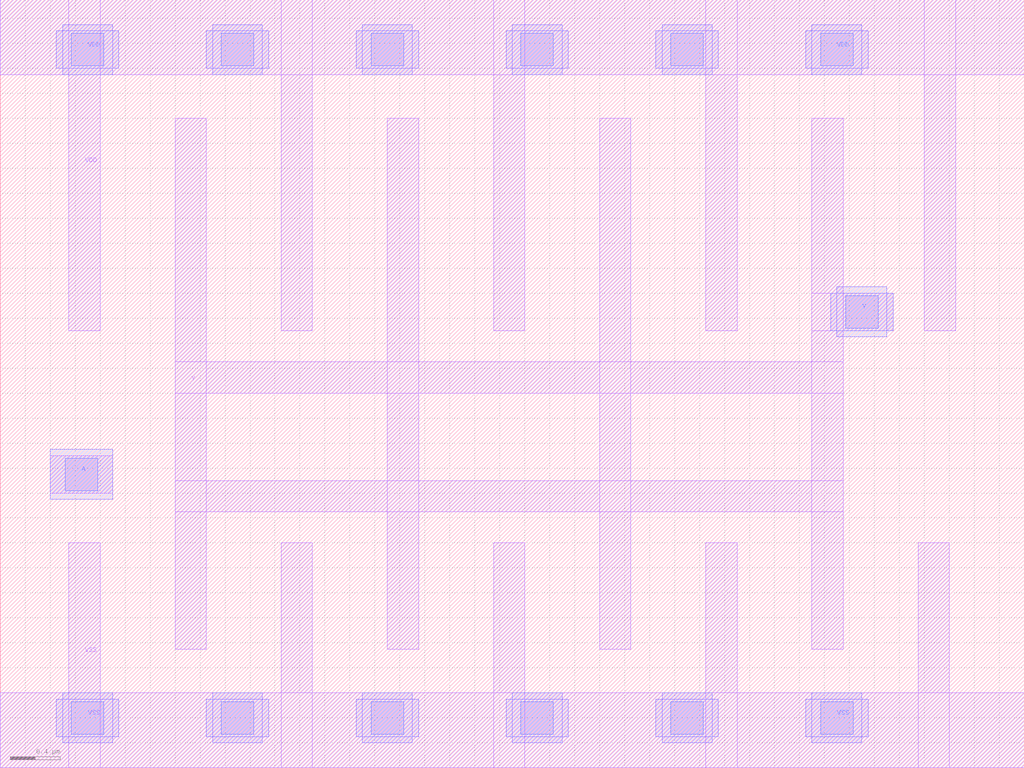
<source format=lef>
# Copyright 2022 Google LLC
# Licensed under the Apache License, Version 2.0 (the "License");
# you may not use this file except in compliance with the License.
# You may obtain a copy of the License at
#
#      http://www.apache.org/licenses/LICENSE-2.0
#
# Unless required by applicable law or agreed to in writing, software
# distributed under the License is distributed on an "AS IS" BASIS,
# WITHOUT WARRANTIES OR CONDITIONS OF ANY KIND, either express or implied.
# See the License for the specific language governing permissions and
# limitations under the License.
VERSION 5.7 ;
BUSBITCHARS "[]" ;
DIVIDERCHAR "/" ;

MACRO gf180mcu_osu_sc_9T_clkinv_8
  CLASS CORE ;
  ORIGIN 0 0 ;
  FOREIGN gf180mcu_osu_sc_9T_clkinv_8 0 0 ;
  SIZE 8.2 BY 6.15 ;
  SYMMETRY X Y ;
  SITE GF018hv5v_mcu_sc7 ;
  PIN A
    DIRECTION INPUT ;
    USE SIGNAL ;
    PORT
      LAYER MET1 ;
        RECT 0.4 2.2 0.9 2.5 ;
      LAYER MET2 ;
        RECT 0.4 2.15 0.9 2.55 ;
      LAYER VIA12 ;
        RECT 0.52 2.22 0.78 2.48 ;
    END
  END A
  PIN VDD
    DIRECTION INOUT ;
    USE POWER ;
    SHAPE ABUTMENT ;
    PORT
      LAYER MET1 ;
        RECT 0 5.55 8.2 6.15 ;
        RECT 7.4 3.5 7.65 6.15 ;
        RECT 5.65 3.5 5.9 6.15 ;
        RECT 3.95 3.5 4.2 6.15 ;
        RECT 2.25 3.5 2.5 6.15 ;
        RECT 0.55 3.5 0.8 6.15 ;
      LAYER MET2 ;
        RECT 6.45 5.6 6.95 5.9 ;
        RECT 6.5 5.55 6.9 5.95 ;
        RECT 5.25 5.6 5.75 5.9 ;
        RECT 5.3 5.55 5.7 5.95 ;
        RECT 4.05 5.6 4.55 5.9 ;
        RECT 4.1 5.55 4.5 5.95 ;
        RECT 2.85 5.6 3.35 5.9 ;
        RECT 2.9 5.55 3.3 5.95 ;
        RECT 1.65 5.6 2.15 5.9 ;
        RECT 1.7 5.55 2.1 5.95 ;
        RECT 0.45 5.6 0.95 5.9 ;
        RECT 0.5 5.55 0.9 5.95 ;
      LAYER VIA12 ;
        RECT 0.57 5.62 0.83 5.88 ;
        RECT 1.77 5.62 2.03 5.88 ;
        RECT 2.97 5.62 3.23 5.88 ;
        RECT 4.17 5.62 4.43 5.88 ;
        RECT 5.37 5.62 5.63 5.88 ;
        RECT 6.57 5.62 6.83 5.88 ;
    END
  END VDD
  PIN VSS
    DIRECTION INOUT ;
    USE GROUND ;
    PORT
      LAYER MET1 ;
        RECT 0 0 8.2 0.6 ;
        RECT 7.35 0 7.6 1.8 ;
        RECT 5.65 0 5.9 1.8 ;
        RECT 3.95 0 4.2 1.8 ;
        RECT 2.25 0 2.5 1.8 ;
        RECT 0.55 0 0.8 1.8 ;
      LAYER MET2 ;
        RECT 6.45 0.25 6.95 0.55 ;
        RECT 6.5 0.2 6.9 0.6 ;
        RECT 5.25 0.25 5.75 0.55 ;
        RECT 5.3 0.2 5.7 0.6 ;
        RECT 4.05 0.25 4.55 0.55 ;
        RECT 4.1 0.2 4.5 0.6 ;
        RECT 2.85 0.25 3.35 0.55 ;
        RECT 2.9 0.2 3.3 0.6 ;
        RECT 1.65 0.25 2.15 0.55 ;
        RECT 1.7 0.2 2.1 0.6 ;
        RECT 0.45 0.25 0.95 0.55 ;
        RECT 0.5 0.2 0.9 0.6 ;
      LAYER VIA12 ;
        RECT 0.57 0.27 0.83 0.53 ;
        RECT 1.77 0.27 2.03 0.53 ;
        RECT 2.97 0.27 3.23 0.53 ;
        RECT 4.17 0.27 4.43 0.53 ;
        RECT 5.37 0.27 5.63 0.53 ;
        RECT 6.57 0.27 6.83 0.53 ;
    END
  END VSS
  PIN Y
    DIRECTION OUTPUT ;
    USE SIGNAL ;
    PORT
      LAYER MET1 ;
        RECT 6.5 3.5 7.15 3.8 ;
        RECT 6.5 0.95 6.75 5.2 ;
        RECT 1.4 3 6.75 3.25 ;
        RECT 1.4 2.05 6.75 2.3 ;
        RECT 4.8 0.95 5.05 5.2 ;
        RECT 3.1 0.95 3.35 5.2 ;
        RECT 1.4 0.95 1.65 5.2 ;
      LAYER MET2 ;
        RECT 6.65 3.5 7.15 3.8 ;
        RECT 6.7 3.45 7.1 3.85 ;
      LAYER VIA12 ;
        RECT 6.77 3.52 7.03 3.78 ;
    END
  END Y
END gf180mcu_osu_sc_9T_clkinv_8

</source>
